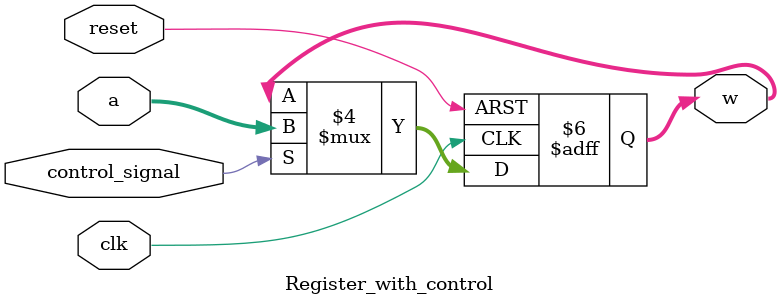
<source format=v>
module Register_with_control(a, clk, reset, control_signal, w);
  input [31:0] a;
  input clk, reset, control_signal;
  output reg [31:0] w;
  always @(posedge clk, posedge reset)
  begin
    if(reset == 1'b1)
      w <= 32'b0;
    else if(control_signal == 1'b1)
      w <= a;
    end
endmodule

</source>
